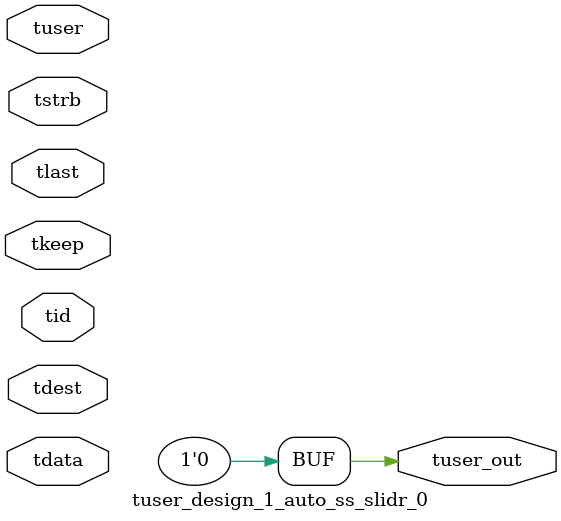
<source format=v>


`timescale 1ps/1ps

module tuser_design_1_auto_ss_slidr_0 #
(
parameter C_S_AXIS_TUSER_WIDTH = 1,
parameter C_S_AXIS_TDATA_WIDTH = 32,
parameter C_S_AXIS_TID_WIDTH   = 0,
parameter C_S_AXIS_TDEST_WIDTH = 0,
parameter C_M_AXIS_TUSER_WIDTH = 1
)
(
input  [(C_S_AXIS_TUSER_WIDTH == 0 ? 1 : C_S_AXIS_TUSER_WIDTH)-1:0     ] tuser,
input  [(C_S_AXIS_TDATA_WIDTH == 0 ? 1 : C_S_AXIS_TDATA_WIDTH)-1:0     ] tdata,
input  [(C_S_AXIS_TID_WIDTH   == 0 ? 1 : C_S_AXIS_TID_WIDTH)-1:0       ] tid,
input  [(C_S_AXIS_TDEST_WIDTH == 0 ? 1 : C_S_AXIS_TDEST_WIDTH)-1:0     ] tdest,
input  [(C_S_AXIS_TDATA_WIDTH/8)-1:0 ] tkeep,
input  [(C_S_AXIS_TDATA_WIDTH/8)-1:0 ] tstrb,
input                                                                    tlast,
output [C_M_AXIS_TUSER_WIDTH-1:0] tuser_out
);

assign tuser_out = {1'b0};

endmodule


</source>
